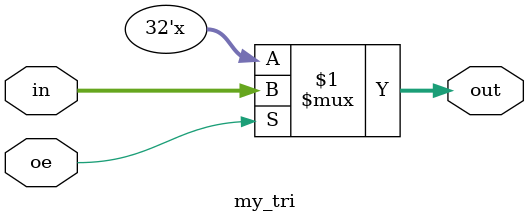
<source format=v>
module my_tri(in, oe, out);
	input [31:0] in;
	input oe;
	
	output [31:0] out;
	
	assign out = oe ? in : 32'bz;

endmodule
</source>
